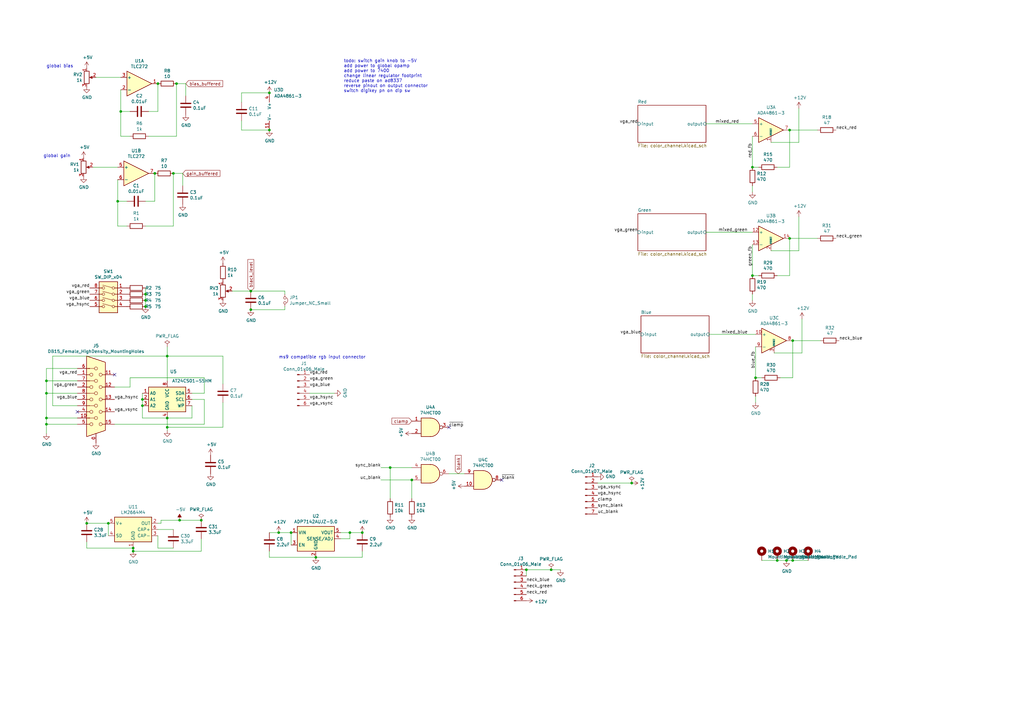
<source format=kicad_sch>
(kicad_sch (version 20211123) (generator eeschema)
  (paper "A3")
  (lib_symbols
    (symbol "74xx:74HC00" (pin_names (offset 1.016))
      (property "Reference" "U" (at 0 1.27 0))
      (property "Value" "74HC00" (at 0 -1.27 0))
      (symbol "74HC00_1_1"
        (pin input line (at -7.62 2.54 0) (length 3.81) (name "~") (number "1"))
        (pin input line (at -7.62 -2.54 0) (length 3.81) (name "~") (number "2"))
        (pin output inverted (at 7.62 0 180) (length 3.81) (name "~") (number "3"))
      )
      (symbol "74HC00_1_2"
        (pin input inverted (at -7.62 2.54 0) (length 4.318) (name "~") (number "1"))
        (pin input inverted (at -7.62 -2.54 0) (length 4.318) (name "~") (number "2"))
        (pin output line (at 7.62 0 180) (length 3.81) (name "~") (number "3"))
      )
      (symbol "74HC00_2_1"
        (pin input line (at -7.62 2.54 0) (length 3.81) (name "~") (number "4"))
        (pin input line (at -7.62 -2.54 0) (length 3.81) (name "~") (number "5"))
        (pin output inverted (at 7.62 0 180) (length 3.81) (name "~") (number "6"))
      )
      (symbol "74HC00_2_2"
        (pin input inverted (at -7.62 2.54 0) (length 4.318) (name "~") (number "4"))
        (pin input inverted (at -7.62 -2.54 0) (length 4.318) (name "~") (number "5"))
        (pin output line (at 7.62 0 180) (length 3.81) (name "~") (number "6"))
      )
      (symbol "74HC00_3_1"
        (pin input line (at -7.62 -2.54 0) (length 3.81) (name "~") (number "10"))
        (pin output inverted (at 7.62 0 180) (length 3.81) (name "~") (number "8"))
        (pin input line (at -7.62 2.54 0) (length 3.81) (name "~") (number "9"))
      )
      (symbol "74HC00_3_2"
        (pin input inverted (at -7.62 -2.54 0) (length 4.318) (name "~") (number "10"))
        (pin output line (at 7.62 0 180) (length 3.81) (name "~") (number "8"))
        (pin input inverted (at -7.62 2.54 0) (length 4.318) (name "~") (number "9"))
      )
      (symbol "74HC00_4_1"
        (pin output inverted (at 7.62 0 180) (length 3.81) (name "~") (number "11"))
        (pin input line (at -7.62 2.54 0) (length 3.81) (name "~") (number "12"))
        (pin input line (at -7.62 -2.54 0) (length 3.81) (name "~") (number "13"))
      )
      (symbol "74HC00_4_2"
        (pin output line (at 7.62 0 180) (length 3.81) (name "~") (number "11"))
        (pin input inverted (at -7.62 2.54 0) (length 4.318) (name "~") (number "12"))
        (pin input inverted (at -7.62 -2.54 0) (length 4.318) (name "~") (number "13"))
      )
      (symbol "74HC00_5_0"
        (pin power_in line (at 0 12.7 270) (length 5.08) (name "VCC") (number "14"))
        (pin power_in line (at 0 -12.7 90) (length 5.08) (name "GND") (number "7"))
      )
    )
    (symbol "Amplifier_Operational:TLC272" (pin_names (offset 0.127))
      (property "Reference" "U" (at 0 5.08 0))
      (property "Value" "TLC272" (at 0 -5.08 0))
      (symbol "TLC272_1_1"
        (pin output line (at 7.62 0 180) (length 2.54) (name "~") (number "1"))
        (pin input line (at -7.62 -2.54 0) (length 2.54) (name "-") (number "2"))
        (pin input line (at -7.62 2.54 0) (length 2.54) (name "+") (number "3"))
      )
      (symbol "TLC272_2_1"
        (pin input line (at -7.62 2.54 0) (length 2.54) (name "+") (number "5"))
        (pin input line (at -7.62 -2.54 0) (length 2.54) (name "-") (number "6"))
        (pin output line (at 7.62 0 180) (length 2.54) (name "~") (number "7"))
      )
      (symbol "TLC272_3_1"
        (pin power_in line (at -2.54 -7.62 90) (length 3.81) (name "V-") (number "4"))
        (pin power_in line (at -2.54 7.62 270) (length 3.81) (name "V+") (number "8"))
      )
    )
    (symbol "Connector:Conn_01x06_Male" (pin_names (offset 1.016) hide)
      (property "Reference" "J" (at 0 7.62 0))
      (property "Value" "Conn_01x06_Male" (at 0 -10.16 0))
      (symbol "Conn_01x06_Male_1_1"
        (pin passive line (at 5.08 5.08 180) (length 3.81) (name "Pin_1") (number "1"))
        (pin passive line (at 5.08 2.54 180) (length 3.81) (name "Pin_2") (number "2"))
        (pin passive line (at 5.08 0 180) (length 3.81) (name "Pin_3") (number "3"))
        (pin passive line (at 5.08 -2.54 180) (length 3.81) (name "Pin_4") (number "4"))
        (pin passive line (at 5.08 -5.08 180) (length 3.81) (name "Pin_5") (number "5"))
        (pin passive line (at 5.08 -7.62 180) (length 3.81) (name "Pin_6") (number "6"))
      )
    )
    (symbol "Connector:Conn_01x07_Male" (pin_names (offset 1.016) hide)
      (property "Reference" "J" (at 0 10.16 0))
      (property "Value" "Conn_01x07_Male" (at 0 -10.16 0))
      (symbol "Conn_01x07_Male_1_1"
        (pin passive line (at 5.08 7.62 180) (length 3.81) (name "Pin_1") (number "1"))
        (pin passive line (at 5.08 5.08 180) (length 3.81) (name "Pin_2") (number "2"))
        (pin passive line (at 5.08 2.54 180) (length 3.81) (name "Pin_3") (number "3"))
        (pin passive line (at 5.08 0 180) (length 3.81) (name "Pin_4") (number "4"))
        (pin passive line (at 5.08 -2.54 180) (length 3.81) (name "Pin_5") (number "5"))
        (pin passive line (at 5.08 -5.08 180) (length 3.81) (name "Pin_6") (number "6"))
        (pin passive line (at 5.08 -7.62 180) (length 3.81) (name "Pin_7") (number "7"))
      )
    )
    (symbol "Connector:DB15_Female_HighDensity_MountingHoles" (pin_names (offset 1.016) hide)
      (property "Reference" "J" (at 0 21.59 0))
      (property "Value" "DB15_Female_HighDensity_MountingHoles" (at 0 19.05 0))
      (symbol "DB15_Female_HighDensity_MountingHoles_1_1"
        (pin passive line (at 0 -17.78 90) (length 3.81) (name "~") (number "0"))
        (pin passive line (at -7.62 10.16 0) (length 5.08) (name "~") (number "1"))
        (pin passive line (at -7.62 -7.62 0) (length 5.08) (name "~") (number "10"))
        (pin passive line (at 7.62 10.16 180) (length 5.08) (name "~") (number "11"))
        (pin passive line (at 7.62 5.08 180) (length 5.08) (name "~") (number "12"))
        (pin passive line (at 7.62 0 180) (length 5.08) (name "~") (number "13"))
        (pin passive line (at 7.62 -5.08 180) (length 5.08) (name "~") (number "14"))
        (pin passive line (at 7.62 -10.16 180) (length 5.08) (name "~") (number "15"))
        (pin passive line (at -7.62 5.08 0) (length 5.08) (name "~") (number "2"))
        (pin passive line (at -7.62 0 0) (length 5.08) (name "~") (number "3"))
        (pin passive line (at -7.62 -5.08 0) (length 5.08) (name "~") (number "4"))
        (pin passive line (at -7.62 -10.16 0) (length 5.08) (name "~") (number "5"))
        (pin passive line (at -7.62 12.7 0) (length 5.08) (name "~") (number "6"))
        (pin passive line (at -7.62 7.62 0) (length 5.08) (name "~") (number "7"))
        (pin passive line (at -7.62 2.54 0) (length 5.08) (name "~") (number "8"))
        (pin passive line (at -7.62 -2.54 0) (length 5.08) (name "~") (number "9"))
      )
    )
    (symbol "Device:C" (pin_numbers hide) (pin_names (offset 0.254))
      (property "Reference" "C" (at 0.635 2.54 0))
      (property "Value" "C" (at 0.635 -2.54 0))
      (symbol "C_1_1"
        (pin passive line (at 0 3.81 270) (length 2.794) (name "~") (number "1"))
        (pin passive line (at 0 -3.81 90) (length 2.794) (name "~") (number "2"))
      )
    )
    (symbol "Device:Jumper_NC_Small" (pin_numbers hide) (pin_names (offset 0.762) hide)
      (property "Reference" "JP" (at 0 2.032 0))
      (property "Value" "Device_Jumper_NC_Small" (at 0.254 -1.524 0))
      (symbol "Jumper_NC_Small_0_1"
        (pin passive line (at -2.54 0 0) (length 1.016) (name "1") (number "1"))
        (pin passive line (at 2.54 0 180) (length 1.016) (name "2") (number "2"))
      )
    )
    (symbol "Device:R" (pin_numbers hide) (pin_names (offset 0))
      (property "Reference" "R" (at 2.032 0 90))
      (property "Value" "R" (at 0 0 90))
      (symbol "R_1_1"
        (pin passive line (at 0 3.81 270) (length 1.27) (name "~") (number "1"))
        (pin passive line (at 0 -3.81 90) (length 1.27) (name "~") (number "2"))
      )
    )
    (symbol "Device:R_POT" (pin_names (offset 1.016) hide)
      (property "Reference" "RV" (at -4.445 0 90))
      (property "Value" "Device_R_POT" (at -2.54 0 90))
      (symbol "R_POT_1_1"
        (pin passive line (at 0 3.81 270) (length 1.27) (name "1") (number "1"))
        (pin passive line (at 3.81 0 180) (length 1.27) (name "2") (number "2"))
        (pin passive line (at 0 -3.81 90) (length 1.27) (name "3") (number "3"))
      )
    )
    (symbol "Mechanical:MountingHole_Pad" (pin_numbers hide) (pin_names (offset 1.016) hide)
      (property "Reference" "H" (at 0 6.35 0))
      (property "Value" "MountingHole_Pad" (at 0 4.445 0))
      (symbol "MountingHole_Pad_1_1"
        (pin input line (at 0 -2.54 90) (length 2.54) (name "1") (number "1"))
      )
    )
    (symbol "Memory_EEPROM:AT24CS01-SSHM"
      (property "Reference" "U" (at -7.62 6.35 0))
      (property "Value" "AT24CS01-SSHM" (at 2.54 -6.35 0))
      (symbol "AT24CS01-SSHM_1_1"
        (pin input line (at -10.16 2.54 0) (length 2.54) (name "A0") (number "1"))
        (pin input line (at -10.16 0 0) (length 2.54) (name "A1") (number "2"))
        (pin input line (at -10.16 -2.54 0) (length 2.54) (name "A2") (number "3"))
        (pin power_in line (at 0 -7.62 90) (length 2.54) (name "GND") (number "4"))
        (pin bidirectional line (at 10.16 2.54 180) (length 2.54) (name "SDA") (number "5"))
        (pin input line (at 10.16 0 180) (length 2.54) (name "SCL") (number "6"))
        (pin input line (at 10.16 -2.54 180) (length 2.54) (name "WP") (number "7"))
        (pin power_in line (at 0 7.62 270) (length 2.54) (name "VCC") (number "8"))
      )
    )
    (symbol "Regulator_Linear:ADP7142AUJZ-5.0"
      (property "Reference" "U" (at 0 8.89 0))
      (property "Value" "ADP7142AUJZ-5.0" (at 0 6.35 0))
      (symbol "ADP7142AUJZ-5.0_1_1"
        (pin power_in line (at -10.16 2.54 0) (length 2.54) (name "VIN") (number "1"))
        (pin power_in line (at 0 -7.62 90) (length 2.54) (name "GND") (number "2"))
        (pin input line (at -10.16 -2.54 0) (length 2.54) (name "EN") (number "3"))
        (pin input line (at 10.16 0 180) (length 2.54) (name "SENSE/ADJ") (number "4"))
        (pin power_out line (at 10.16 2.54 180) (length 2.54) (name "VOUT") (number "5"))
      )
    )
    (symbol "Switch:SW_DIP_x04" (pin_names (offset 0) hide)
      (property "Reference" "SW" (at 0 8.89 0))
      (property "Value" "SW_DIP_x04" (at 0 -6.35 0))
      (symbol "SW_DIP_x04_1_1"
        (pin passive line (at -7.62 5.08 0) (length 5.08) (name "~") (number "1"))
        (pin passive line (at -7.62 2.54 0) (length 5.08) (name "~") (number "2"))
        (pin passive line (at -7.62 0 0) (length 5.08) (name "~") (number "3"))
        (pin passive line (at -7.62 -2.54 0) (length 5.08) (name "~") (number "4"))
        (pin passive line (at 7.62 -2.54 180) (length 5.08) (name "~") (number "5"))
        (pin passive line (at 7.62 0 180) (length 5.08) (name "~") (number "6"))
        (pin passive line (at 7.62 2.54 180) (length 5.08) (name "~") (number "7"))
        (pin passive line (at 7.62 5.08 180) (length 5.08) (name "~") (number "8"))
      )
    )
    (symbol "power:+12V" (power) (pin_names (offset 0))
      (property "Value" "+12V" (at 0 3.556 0))
      (symbol "+12V_1_1"
        (pin power_in line (at 0 0 90) (length 0) hide (name "+12V") (number "1"))
      )
    )
    (symbol "power:+5V" (power) (pin_names (offset 0))
      (property "Value" "+5V" (at 0 3.556 0))
      (symbol "+5V_1_1"
        (pin power_in line (at 0 0 90) (length 0) hide (name "+5V") (number "1"))
      )
    )
    (symbol "power:-5V" (power) (pin_names (offset 0))
      (property "Value" "-5V" (at 0 3.81 0))
      (symbol "-5V_0_0"
        (pin power_in line (at 0 0 90) (length 0) hide (name "-5V") (number "1"))
      )
    )
    (symbol "power:GND" (power) (pin_names (offset 0))
      (property "Value" "GND" (at 0 -3.81 0))
      (symbol "GND_1_1"
        (pin power_in line (at 0 0 270) (length 0) hide (name "GND") (number "1"))
      )
    )
    (symbol "power:PWR_FLAG" (power) (pin_numbers hide) (pin_names (offset 0) hide)
      (property "Value" "PWR_FLAG" (at 0 3.81 0))
      (symbol "PWR_FLAG_0_0"
        (pin power_out line (at 0 0 90) (length 0) (name "pwr") (number "1"))
      )
    )
    (symbol "td-io:ADA4891-3" (pin_names (offset 0.127))
      (property "Reference" "U" (at 5.08 2.54 0))
      (property "Value" "ADA4891-3" (at 5.08 -2.54 0))
      (symbol "ADA4891-3_1_1"
        (pin input line (at 0 -5.08 90) (length 2.54) (name "~{DISABLE}") (number "1"))
        (pin input line (at -7.62 2.54 0) (length 2.54) (name "+") (number "5"))
        (pin input line (at -7.62 -2.54 0) (length 2.54) (name "-") (number "6"))
        (pin output line (at 7.62 0 180) (length 2.54) (name "~") (number "7"))
      )
      (symbol "ADA4891-3_2_1"
        (pin input line (at -7.62 2.54 0) (length 2.54) (name "+") (number "12"))
        (pin input line (at -7.62 -2.54 0) (length 2.54) (name "-") (number "13"))
        (pin output line (at 7.62 0 180) (length 2.54) (name "~") (number "14"))
        (pin input line (at 0 -5.08 90) (length 2.54) (name "~{DISABLE}") (number "2"))
      )
      (symbol "ADA4891-3_3_1"
        (pin input line (at -7.62 2.54 0) (length 2.54) (name "+") (number "10"))
        (pin input line (at 0 -5.08 90) (length 2.54) (name "~{DISABLE}") (number "3"))
        (pin output line (at 7.62 0 180) (length 2.54) (name "~") (number "8"))
        (pin input line (at -7.62 -2.54 0) (length 2.54) (name "-") (number "9"))
      )
      (symbol "ADA4891-3_4_1"
        (pin power_in line (at -2.54 -7.62 90) (length 3.81) (name "V-") (number "11"))
        (pin power_in line (at -2.54 7.62 270) (length 3.81) (name "V+") (number "4"))
      )
    )
    (symbol "td-io:LM2664M4"
      (property "Reference" "U" (at -6.35 6.35 0))
      (property "Value" "LM2664M4" (at 1.27 6.35 0))
      (symbol "LM2664M4_1_1"
        (pin power_in line (at 0 -7.62 90) (length 2.54) (name "GND") (number "1"))
        (pin passive line (at 10.16 2.54 180) (length 2.54) (name "OUT") (number "2"))
        (pin passive line (at 10.16 -2.54 180) (length 2.54) (name "CAP-") (number "3"))
        (pin input line (at -10.16 -2.54 0) (length 2.54) (name "SD") (number "4"))
        (pin passive line (at -10.16 2.54 0) (length 2.54) (name "V+") (number "5"))
        (pin passive line (at 10.16 0 180) (length 2.54) (name "CAP+") (number "6"))
      )
    )
  )
  (junction (at 129.54 228.6))
  (junction (at 63.5 71.12))
  (junction (at 48.26 82.55))
  (junction (at 68.58 171.45))
  (junction (at 72.39 34.29))
  (junction (at 323.85 53.34))
  (junction (at 19.05 171.45))
  (junction (at 73.66 213.36))
  (junction (at 119.38 218.44))
  (junction (at 318.77 229.87))
  (junction (at 35.56 214.63))
  (junction (at 68.58 175.26))
  (junction (at 148.59 218.44))
  (junction (at 110.49 53.34))
  (junction (at 59.69 125.73))
  (junction (at 49.53 45.72))
  (junction (at 54.61 226.06))
  (junction (at 102.87 127))
  (junction (at 308.61 113.03))
  (junction (at 325.12 139.7))
  (junction (at 59.69 123.19))
  (junction (at 323.85 97.79))
  (junction (at 71.12 71.12))
  (junction (at 215.9 233.68))
  (junction (at 58.42 163.83))
  (junction (at 110.49 38.1))
  (junction (at 308.61 68.58))
  (junction (at 114.3 218.44))
  (junction (at 19.05 173.99))
  (junction (at 160.02 191.77))
  (junction (at 54.61 224.79))
  (junction (at 325.12 229.87))
  (junction (at 143.51 218.44))
  (junction (at 102.87 119.38))
  (junction (at 19.05 156.21))
  (junction (at 19.05 161.29))
  (junction (at 59.69 120.65))
  (junction (at 82.55 213.36))
  (junction (at 168.91 196.85))
  (junction (at 309.88 154.94))
  (junction (at 58.42 166.37))
  (junction (at 44.45 214.63))
  (junction (at 226.06 233.68))
  (junction (at 64.77 34.29))
  (junction (at 259.08 198.12))
  (junction (at 68.58 146.05))
  (junction (at 322.58 229.87))
  (no_connect (at 205.74 196.85))
  (no_connect (at 184.15 175.26))
  (no_connect (at 46.99 153.67))
  (no_connect (at 31.75 168.91))
  (wire (pts (xy 316.23 102.87) (xy 327.66 102.87)))
  (wire (pts (xy 83.82 173.99) (xy 83.82 163.83)))
  (wire (pts (xy 31.75 151.13) (xy 19.05 151.13)))
  (wire (pts (xy 309.88 162.56) (xy 309.88 165.1)))
  (wire (pts (xy 53.34 158.75) (xy 46.99 158.75)))
  (wire (pts (xy 49.53 45.72) (xy 49.53 55.88)))
  (wire (pts (xy 148.59 218.44) (xy 143.51 218.44)))
  (wire (pts (xy 168.91 204.47) (xy 168.91 196.85)))
  (wire (pts (xy 78.74 161.29) (xy 83.82 161.29)))
  (wire (pts (xy 323.85 97.79) (xy 335.28 97.79)))
  (wire (pts (xy 318.77 68.58) (xy 323.85 68.58)))
  (wire (pts (xy 68.58 171.45) (xy 58.42 171.45)))
  (wire (pts (xy 64.77 217.17) (xy 71.12 217.17)))
  (wire (pts (xy 59.69 82.55) (xy 63.5 82.55)))
  (wire (pts (xy 83.82 163.83) (xy 78.74 163.83)))
  (wire (pts (xy 318.77 229.87) (xy 322.58 229.87)))
  (wire (pts (xy 259.08 198.12) (xy 245.11 198.12)))
  (wire (pts (xy 58.42 163.83) (xy 58.42 161.29)))
  (wire (pts (xy 325.12 154.94) (xy 325.12 139.7)))
  (wire (pts (xy 72.39 55.88) (xy 72.39 34.29)))
  (wire (pts (xy 289.56 50.8) (xy 308.61 50.8)))
  (wire (pts (xy 308.61 100.33) (xy 308.61 113.03)))
  (wire (pts (xy 323.85 113.03) (xy 323.85 97.79)))
  (wire (pts (xy 328.93 144.78) (xy 328.93 130.81)))
  (wire (pts (xy 49.53 55.88) (xy 53.34 55.88)))
  (wire (pts (xy 48.26 68.58) (xy 38.1 68.58)))
  (wire (pts (xy 317.5 144.78) (xy 328.93 144.78)))
  (wire (pts (xy 91.44 157.48) (xy 91.44 146.05)))
  (wire (pts (xy 19.05 161.29) (xy 19.05 171.45)))
  (wire (pts (xy 323.85 68.58) (xy 323.85 53.34)))
  (wire (pts (xy 116.84 119.38) (xy 116.84 120.65)))
  (wire (pts (xy 59.69 120.65) (xy 59.69 123.19)))
  (wire (pts (xy 110.49 228.6) (xy 129.54 228.6)))
  (wire (pts (xy 82.55 213.36) (xy 73.66 213.36)))
  (wire (pts (xy 68.58 175.26) (xy 68.58 171.45)))
  (wire (pts (xy 129.54 228.6) (xy 148.59 228.6)))
  (wire (pts (xy 143.51 220.98) (xy 143.51 218.44)))
  (wire (pts (xy 78.74 171.45) (xy 68.58 171.45)))
  (wire (pts (xy 49.53 31.75) (xy 39.37 31.75)))
  (wire (pts (xy 76.2 34.29) (xy 76.2 39.37)))
  (wire (pts (xy 325.12 139.7) (xy 336.55 139.7)))
  (wire (pts (xy 54.61 226.06) (xy 54.61 224.79)))
  (wire (pts (xy 54.61 226.06) (xy 82.55 226.06)))
  (wire (pts (xy 226.06 233.68) (xy 215.9 233.68)))
  (wire (pts (xy 31.75 173.99) (xy 19.05 173.99)))
  (wire (pts (xy 60.96 45.72) (xy 64.77 45.72)))
  (wire (pts (xy 68.58 175.26) (xy 91.44 175.26)))
  (wire (pts (xy 64.77 45.72) (xy 64.77 34.29)))
  (wire (pts (xy 289.56 95.25) (xy 308.61 95.25)))
  (wire (pts (xy 308.61 55.88) (xy 308.61 68.58)))
  (wire (pts (xy 58.42 166.37) (xy 58.42 163.83)))
  (wire (pts (xy 308.61 113.03) (xy 311.15 113.03)))
  (wire (pts (xy 102.87 127) (xy 116.84 127)))
  (wire (pts (xy 35.56 222.25) (xy 35.56 224.79)))
  (wire (pts (xy 309.88 154.94) (xy 312.42 154.94)))
  (wire (pts (xy 331.47 229.87) (xy 325.12 229.87)))
  (wire (pts (xy 110.49 53.34) (xy 99.06 53.34)))
  (wire (pts (xy 110.49 228.6) (xy 110.49 226.06)))
  (wire (pts (xy 148.59 228.6) (xy 148.59 226.06)))
  (wire (pts (xy 99.06 38.1) (xy 99.06 41.91)))
  (wire (pts (xy 160.02 191.77) (xy 156.21 191.77)))
  (wire (pts (xy 19.05 173.99) (xy 19.05 177.8)))
  (wire (pts (xy 44.45 214.63) (xy 35.56 214.63)))
  (wire (pts (xy 19.05 156.21) (xy 19.05 161.29)))
  (wire (pts (xy 59.69 92.71) (xy 71.12 92.71)))
  (wire (pts (xy 63.5 82.55) (xy 63.5 71.12)))
  (wire (pts (xy 68.58 176.53) (xy 68.58 175.26)))
  (wire (pts (xy 66.04 214.63) (xy 64.77 214.63)))
  (wire (pts (xy 31.75 161.29) (xy 19.05 161.29)))
  (wire (pts (xy 48.26 82.55) (xy 48.26 73.66)))
  (wire (pts (xy 190.5 194.31) (xy 184.15 194.31)))
  (wire (pts (xy 49.53 45.72) (xy 49.53 36.83)))
  (wire (pts (xy 160.02 204.47) (xy 160.02 191.77)))
  (wire (pts (xy 31.75 171.45) (xy 19.05 171.45)))
  (wire (pts (xy 309.88 142.24) (xy 309.88 154.94)))
  (wire (pts (xy 52.07 82.55) (xy 48.26 82.55)))
  (wire (pts (xy 322.58 229.87) (xy 325.12 229.87)))
  (wire (pts (xy 74.93 71.12) (xy 74.93 76.2)))
  (wire (pts (xy 290.83 137.16) (xy 309.88 137.16)))
  (wire (pts (xy 116.84 127) (xy 116.84 125.73)))
  (wire (pts (xy 318.77 113.03) (xy 323.85 113.03)))
  (wire (pts (xy 21.59 166.37) (xy 21.59 146.05)))
  (wire (pts (xy 102.87 119.38) (xy 95.25 119.38)))
  (wire (pts (xy 68.58 156.21) (xy 68.58 146.05)))
  (wire (pts (xy 137.16 161.29) (xy 127 161.29)))
  (wire (pts (xy 68.58 146.05) (xy 68.58 142.24)))
  (wire (pts (xy 312.42 229.87) (xy 318.77 229.87)))
  (wire (pts (xy 99.06 53.34) (xy 99.06 49.53)))
  (wire (pts (xy 48.26 82.55) (xy 48.26 92.71)))
  (wire (pts (xy 327.66 102.87) (xy 327.66 88.9)))
  (wire (pts (xy 119.38 223.52) (xy 119.38 218.44)))
  (wire (pts (xy 71.12 71.12) (xy 74.93 71.12)))
  (wire (pts (xy 110.49 38.1) (xy 99.06 38.1)))
  (wire (pts (xy 66.04 213.36) (xy 66.04 214.63)))
  (wire (pts (xy 143.51 218.44) (xy 139.7 218.44)))
  (wire (pts (xy 91.44 146.05) (xy 68.58 146.05)))
  (wire (pts (xy 114.3 218.44) (xy 119.38 218.44)))
  (wire (pts (xy 59.69 118.11) (xy 59.69 120.65)))
  (wire (pts (xy 110.49 218.44) (xy 114.3 218.44)))
  (wire (pts (xy 156.21 196.85) (xy 168.91 196.85)))
  (wire (pts (xy 83.82 161.29) (xy 83.82 154.94)))
  (wire (pts (xy 73.66 213.36) (xy 66.04 213.36)))
  (wire (pts (xy 91.44 175.26) (xy 91.44 165.1)))
  (wire (pts (xy 323.85 53.34) (xy 335.28 53.34)))
  (wire (pts (xy 35.56 224.79) (xy 54.61 224.79)))
  (wire (pts (xy 82.55 226.06) (xy 82.55 220.98)))
  (wire (pts (xy 102.87 119.38) (xy 116.84 119.38)))
  (wire (pts (xy 48.26 92.71) (xy 52.07 92.71)))
  (wire (pts (xy 19.05 171.45) (xy 19.05 173.99)))
  (wire (pts (xy 53.34 45.72) (xy 49.53 45.72)))
  (wire (pts (xy 78.74 166.37) (xy 78.74 171.45)))
  (wire (pts (xy 308.61 120.65) (xy 308.61 123.19)))
  (wire (pts (xy 46.99 173.99) (xy 83.82 173.99)))
  (wire (pts (xy 21.59 146.05) (xy 68.58 146.05)))
  (wire (pts (xy 308.61 76.2) (xy 308.61 78.74)))
  (wire (pts (xy 215.9 236.22) (xy 215.9 233.68)))
  (wire (pts (xy 44.45 219.71) (xy 44.45 214.63)))
  (wire (pts (xy 139.7 220.98) (xy 143.51 220.98)))
  (wire (pts (xy 31.75 156.21) (xy 19.05 156.21)))
  (wire (pts (xy 19.05 151.13) (xy 19.05 156.21)))
  (wire (pts (xy 31.75 166.37) (xy 21.59 166.37)))
  (wire (pts (xy 83.82 154.94) (xy 53.34 154.94)))
  (wire (pts (xy 58.42 171.45) (xy 58.42 166.37)))
  (wire (pts (xy 59.69 123.19) (xy 59.69 125.73)))
  (wire (pts (xy 308.61 68.58) (xy 311.15 68.58)))
  (wire (pts (xy 64.77 219.71) (xy 64.77 224.79)))
  (wire (pts (xy 320.04 154.94) (xy 325.12 154.94)))
  (wire (pts (xy 64.77 224.79) (xy 71.12 224.79)))
  (wire (pts (xy 316.23 58.42) (xy 327.66 58.42)))
  (wire (pts (xy 53.34 154.94) (xy 53.34 158.75)))
  (wire (pts (xy 60.96 55.88) (xy 72.39 55.88)))
  (wire (pts (xy 327.66 58.42) (xy 327.66 44.45)))
  (wire (pts (xy 71.12 92.71) (xy 71.12 71.12)))
  (wire (pts (xy 168.91 191.77) (xy 160.02 191.77)))
  (wire (pts (xy 229.87 233.68) (xy 226.06 233.68)))
  (wire (pts (xy 72.39 34.29) (xy 76.2 34.29)))
  (text "global bias" (at 19.05 27.94 0) (effects (font (size 1.27 1.27)) (justify left bottom)))
  (text "todo: switch gain knob to -5V\nadd power to global opamp\nadd power to 7400\nchange linear regulator footprint\nreduce paste on ad8337\nreverse pinout on output connector\nswitch digikey pn on dip sw" (at 140.97 38.1 0) (effects (font (size 1.27 1.27)) (justify left bottom)))
  (text "global gain" (at 17.78 64.77 0) (effects (font (size 1.27 1.27)) (justify left bottom)))
  (text "ms9 compatible rgb input connector" (at 114.3 147.32 0) (effects (font (size 1.27 1.27)) (justify left bottom)))
  (label "neck_green" (at 342.9 97.79 0))
  (label "neck_red" (at 342.9 53.34 0))
  (label "red_fb" (at 308.61 64.77 90))
  (label "mixed_blue" (at 295.91 137.16 0))
  (label "clamp" (at 245.11 205.74 0))
  (label "vga_vsync" (at 245.11 200.66 0))
  (label "sync_blank" (at 245.11 208.28 0))
  (label "uc_blank" (at 156.21 196.85 180))
  (label "vga_hsync" (at 127 163.83 0))
  (label "neck_blue" (at 344.17 139.7 0))
  (label "vga_hsync" (at 46.99 163.83 0))
  (label "~{blank}" (at 205.74 196.85 0))
  (label "vga_blue" (at 36.83 123.19 180))
  (label "vga_red" (at 261.62 50.8 180))
  (label "vga_blue" (at 262.89 137.16 180))
  (label "~{clamp}" (at 184.15 175.26 0))
  (label "vga_hsync" (at 245.11 203.2 0))
  (label "vga_green" (at 36.83 120.65 180))
  (label "vga_vsync" (at 46.99 168.91 0))
  (label "neck_red" (at 215.9 243.84 0))
  (label "vga_vsync" (at 127 166.37 0))
  (label "mixed_green" (at 294.64 95.25 0))
  (label "vga_red" (at 36.83 118.11 180))
  (label "neck_green" (at 215.9 241.3 0))
  (label "vga_red" (at 31.75 153.67 180))
  (label "vga_green" (at 261.62 95.25 180))
  (label "vga_blue" (at 127 158.75 0))
  (label "neck_blue" (at 215.9 238.76 0))
  (label "vga_blue" (at 31.75 163.83 180))
  (label "mixed_red" (at 293.37 50.8 0))
  (label "vga_green" (at 127 156.21 0))
  (label "uc_blank" (at 245.11 210.82 0))
  (label "vga_green" (at 31.75 158.75 180))
  (label "blue_fb" (at 309.88 151.13 90))
  (label "sync_blank" (at 156.21 191.77 180))
  (label "vga_red" (at 127 153.67 0))
  (label "green_fb" (at 308.61 109.22 90))
  (label "vga_hsync" (at 36.83 125.73 180))
  (global_label "bias_buffered" (shape input) (at 76.2 34.29 0) (property "Intersheet References" "${INTERSHEET_REFS}" (effects hide)))
  (global_label "blank" (shape input) (at 187.96 194.31 90) (property "Intersheet References" "${INTERSHEET_REFS}" (effects hide)))
  (global_label "black_level" (shape input) (at 102.87 119.38 90) (property "Intersheet References" "${INTERSHEET_REFS}" (effects hide)))
  (global_label "clamp" (shape input) (at 168.91 172.72 180) (property "Intersheet References" "${INTERSHEET_REFS}" (effects hide)))
  (global_label "gain_buffered" (shape input) (at 74.93 71.12 0) (property "Intersheet References" "${INTERSHEET_REFS}" (effects hide)))
  (symbol (lib_id "Device:R") (at 314.96 68.58 270) (unit 1)
    (property "Reference" "R15" (at 314.96 63.3222 90))
    (property "Value" "470" (at 314.96 65.6336 90))
    (property "Footprint" "Resistor_SMD:R_0805_2012Metric" (effects hide))
    (property "Digikey" "YAG3733CT-ND" (effects hide))
  )
  (symbol (lib_id "Device:R") (at 308.61 72.39 180) (unit 1)
    (property "Reference" "R12" (at 310.388 71.2216 0) (effects (justify right)))
    (property "Value" "470" (at 310.388 73.533 0) (effects (justify right)))
    (property "Footprint" "Resistor_SMD:R_0805_2012Metric" (effects hide))
    (property "Digikey" "YAG3733CT-ND" (effects hide))
  )
  (symbol (lib_id "power:GND") (at 308.61 78.74 0) (unit 1)
    (property "Reference" "#PWR0128" (effects hide))
    (property "Value" "GND" (at 308.737 83.1342 0))
  )
  (symbol (lib_id "Device:R") (at 339.09 53.34 270) (unit 1)
    (property "Reference" "R18" (at 339.09 48.0822 90))
    (property "Value" "47" (at 339.09 50.3936 90))
    (property "Footprint" "Resistor_SMD:R_0805_2012Metric" (effects hide))
    (property "Digikey" "311-47.0CRCT-ND" (effects hide))
  )
  (symbol (lib_id "td-io:ADA4891-3") (at 316.23 53.34 0) (unit 1)
    (property "Reference" "U3" (at 316.23 44.0182 0))
    (property "Value" "ADA4861-3" (at 316.23 46.3296 0))
    (property "Footprint" "Package_SO:SOIC-14_3.9x8.7mm_P1.27mm" (effects hide))
    (property "Datasheet" "https://www.analog.com/media/en/technical-documentation/data-sheets/ADA4891-1_4891-2_4891-3_4891-4.PDF" (effects hide))
    (property "Digikey" "ADA4861-3YRZ-RL7CT-ND" (effects hide))
  )
  (symbol (lib_id "Memory_EEPROM:AT24CS01-SSHM") (at 68.58 163.83 0) (unit 1)
    (property "Reference" "U5" (at 71.12 152.4 0))
    (property "Value" "AT24CS01-SSHM" (at 78.74 156.21 0))
    (property "Footprint" "Package_SO:SOIC-8_3.9x4.9mm_P1.27mm" (effects hide))
    (property "Datasheet" "http://ww1.microchip.com/downloads/en/DeviceDoc/Atmel-8815-SEEPROM-AT24CS01-02-Datasheet.pdf" (effects hide))
    (property "Digikey" "AT24CS01-SSHM-TCT-ND" (effects hide))
  )
  (symbol (lib_id "power:GND") (at 68.58 176.53 0) (unit 1)
    (property "Reference" "#PWR02" (effects hide))
    (property "Value" "GND" (at 68.707 180.9242 0))
  )
  (symbol (lib_id "power:PWR_FLAG") (at 68.58 142.24 0) (unit 1)
    (property "Reference" "#FLG01" (effects hide))
    (property "Value" "PWR_FLAG" (at 68.58 137.8458 0))
  )
  (symbol (lib_id "power:GND") (at 19.05 177.8 0) (unit 1)
    (property "Reference" "#PWR01" (effects hide))
    (property "Value" "GND" (at 19.177 182.1942 0))
  )
  (symbol (lib_id "Device:C") (at 91.44 161.29 0) (unit 1)
    (property "Reference" "C7" (at 94.361 160.1216 0) (effects (justify left)))
    (property "Value" "0.1uF" (at 94.361 162.433 0) (effects (justify left)))
    (property "Footprint" "Capacitor_SMD:C_0805_2012Metric" (effects hide))
    (property "Digikey" "1276-2444-1-ND" (effects hide))
  )
  (symbol (lib_id "power:PWR_FLAG") (at 82.55 213.36 0) (unit 1)
    (property "Reference" "#FLG0104" (effects hide))
    (property "Value" "PWR_FLAG" (at 82.55 208.9658 0))
  )
  (symbol (lib_id "Connector:DB15_Female_HighDensity_MountingHoles") (at 39.37 163.83 0) (unit 1)
    (property "Reference" "J5" (at 39.37 141.8082 0))
    (property "Value" "DB15_Female_HighDensity_MountingHoles" (at 39.37 144.1196 0))
    (property "Footprint" "td-deflect:DSUB-15-HD_Female_Horizontal_P2.29x2.5mm_EdgePinOffset8.35mm_Housed_MountingHolesOffset10.89mm" (effects hide))
    (property "Datasheet" " ~" (effects hide))
    (property "Digikey" "Z13226-ND" (effects hide))
  )
  (symbol (lib_id "power:GND") (at 39.37 181.61 0) (unit 1)
    (property "Reference" "#PWR0114" (effects hide))
    (property "Value" "GND" (at 39.497 186.0042 0))
  )
  (symbol (lib_id "td-io:LM2664M4") (at 54.61 217.17 0) (unit 1)
    (property "Reference" "U11" (at 54.61 207.8482 0))
    (property "Value" "LM2664M4" (at 54.61 210.1596 0))
    (property "Footprint" "Package_TO_SOT_SMD:SOT-23-6" (effects hide))
    (property "Datasheet" "https://www.ti.com/lit/ds/symlink/lm2665.pdf" (effects hide))
    (property "Digikey" "LM2664M6/NOPBCT-ND" (effects hide))
  )
  (symbol (lib_id "Device:C") (at 71.12 220.98 0) (unit 1)
    (property "Reference" "C30" (at 74.041 219.8116 0) (effects (justify left)))
    (property "Value" "3.3uF" (at 74.041 222.123 0) (effects (justify left)))
    (property "Footprint" "Capacitor_SMD:C_0805_2012Metric" (effects hide))
    (property "Digikey" "1276-6461-1-ND" (effects hide))
  )
  (symbol (lib_id "Device:C") (at 82.55 217.17 0) (unit 1)
    (property "Reference" "C31" (at 85.471 216.0016 0) (effects (justify left)))
    (property "Value" "3.3uF" (at 85.471 218.313 0) (effects (justify left)))
    (property "Footprint" "Capacitor_SMD:C_0805_2012Metric" (effects hide))
    (property "Digikey" "1276-6461-1-ND" (effects hide))
  )
  (symbol (lib_id "Device:C") (at 35.56 218.44 0) (unit 1)
    (property "Reference" "C28" (at 38.481 217.2716 0) (effects (justify left)))
    (property "Value" "3.3uF" (at 38.481 219.583 0) (effects (justify left)))
    (property "Footprint" "Capacitor_SMD:C_0805_2012Metric" (effects hide))
    (property "Digikey" "1276-6461-1-ND" (effects hide))
  )
  (symbol (lib_id "power:GND") (at 54.61 226.06 0) (unit 1)
    (property "Reference" "#PWR0127" (effects hide))
    (property "Value" "GND" (at 54.737 230.4542 0))
  )
  (symbol (lib_id "power:-5V") (at 73.66 213.36 0) (unit 1)
    (property "Reference" "#PWR0129" (effects hide))
    (property "Value" "-5V" (at 74.041 208.9658 0))
  )
  (symbol (lib_id "power:+5V") (at 35.56 214.63 0) (unit 1)
    (property "Reference" "#PWR0132" (effects hide))
    (property "Value" "+5V" (at 35.941 210.2358 0))
  )
  (symbol (lib_id "Switch:SW_DIP_x04") (at 44.45 123.19 0) (mirror y) (unit 1)
    (property "Reference" "SW1" (at 44.45 111.3282 0))
    (property "Value" "SW_DIP_x04" (at 44.45 113.6396 0))
    (property "Footprint" "Button_Switch_SMD:SW_DIP_SPSTx04_Slide_9.78x12.34mm_W8.61mm_P2.54mm" (effects hide))
    (property "Digikey" "CT2064-ND " (effects hide))
  )
  (symbol (lib_id "Device:R") (at 55.88 118.11 90) (unit 1)
    (property "Reference" "R2" (at 60.96 118.11 90))
    (property "Value" "75" (at 64.77 118.11 90))
    (property "Footprint" "Resistor_SMD:R_0805_2012Metric" (effects hide))
    (property "Digikey" "13-RT0805FRE0775RLCT-ND" (effects hide))
  )
  (symbol (lib_id "power:GND") (at 59.69 125.73 0) (unit 1)
    (property "Reference" "#PWR07" (effects hide))
    (property "Value" "GND" (at 59.817 130.1242 0))
  )
  (symbol (lib_id "Device:R") (at 55.88 120.65 90) (unit 1)
    (property "Reference" "R3" (at 60.96 120.65 90))
    (property "Value" "75" (at 64.77 120.65 90))
    (property "Footprint" "Resistor_SMD:R_0805_2012Metric" (effects hide))
    (property "Digikey" "13-RT0805FRE0775RLCT-ND" (effects hide))
  )
  (symbol (lib_id "Device:R") (at 55.88 123.19 90) (unit 1)
    (property "Reference" "R4" (at 60.96 123.19 90))
    (property "Value" "75" (at 64.77 123.19 90))
    (property "Footprint" "Resistor_SMD:R_0805_2012Metric" (effects hide))
    (property "Digikey" "13-RT0805FRE0775RLCT-ND" (effects hide))
  )
  (symbol (lib_id "Device:R") (at 55.88 125.73 90) (unit 1)
    (property "Reference" "R5" (at 60.96 125.73 90))
    (property "Value" "75" (at 64.77 125.73 90))
    (property "Footprint" "Resistor_SMD:R_0805_2012Metric" (effects hide))
    (property "Digikey" "13-RT0805FRE0775RLCT-ND" (effects hide))
  )
  (symbol (lib_id "Amplifier_Operational:TLC272") (at 57.15 34.29 0) (unit 1)
    (property "Reference" "U1" (at 57.15 24.9682 0))
    (property "Value" "TLC272" (at 57.15 27.2796 0))
    (property "Footprint" "Package_SO:SOIC-8_3.9x4.9mm_P1.27mm" (effects hide))
    (property "Datasheet" "http://www.ti.com/lit/ds/symlink/tlc272.pdf" (effects hide))
    (property "Digikey" "296-1309-1-ND" (effects hide))
  )
  (symbol (lib_id "Device:R_POT") (at 35.56 31.75 0) (unit 1)
    (property "Reference" "RV2" (at 33.782 30.5816 0) (effects (justify right)))
    (property "Value" "1k" (at 33.782 32.893 0) (effects (justify right)))
    (property "Footprint" "Potentiometer_THT:Potentiometer_Bourns_3386P_Vertical" (effects hide))
    (property "Digikey" "3386P-102TLF-ND" (effects hide))
  )
  (symbol (lib_id "Device:C") (at 57.15 45.72 270) (unit 1)
    (property "Reference" "C2" (at 57.15 39.3192 90))
    (property "Value" "0.01uF" (at 57.15 41.6306 90))
    (property "Footprint" "Capacitor_SMD:C_0805_2012Metric" (effects hide))
    (property "Digikey" "13-CC0805KPX7R9BB103CT-ND" (effects hide))
  )
  (symbol (lib_id "Device:R") (at 68.58 34.29 270) (unit 1)
    (property "Reference" "R8" (at 68.58 29.0322 90))
    (property "Value" "10" (at 68.58 31.3436 90))
    (property "Footprint" "Resistor_SMD:R_0805_2012Metric" (effects hide))
    (property "Digikey" "YAG3690CT-ND" (effects hide))
  )
  (symbol (lib_id "Device:R") (at 57.15 55.88 270) (unit 1)
    (property "Reference" "R6" (at 57.15 50.6222 90))
    (property "Value" "1k" (at 57.15 52.9336 90))
    (property "Footprint" "Resistor_SMD:R_0805_2012Metric" (effects hide))
    (property "Digikey" "311-1.00KCRCT-ND" (effects hide))
  )
  (symbol (lib_id "Device:C") (at 76.2 43.18 0) (unit 1)
    (property "Reference" "C4" (at 79.121 42.0116 0) (effects (justify left)))
    (property "Value" "0.1uF" (at 79.121 44.323 0) (effects (justify left)))
    (property "Footprint" "Capacitor_SMD:C_0805_2012Metric" (effects hide))
    (property "Digikey" "1276-2444-1-ND" (effects hide))
  )
  (symbol (lib_id "power:GND") (at 76.2 46.99 0) (unit 1)
    (property "Reference" "#PWR09" (effects hide))
    (property "Value" "GND" (at 76.327 51.3842 0))
  )
  (symbol (lib_id "power:GND") (at 35.56 35.56 0) (unit 1)
    (property "Reference" "#PWR06" (effects hide))
    (property "Value" "GND" (at 35.687 39.9542 0))
  )
  (symbol (lib_id "power:+5V") (at 35.56 27.94 0) (unit 1)
    (property "Reference" "#PWR05" (effects hide))
    (property "Value" "+5V" (at 35.941 23.5458 0))
  )
  (symbol (lib_id "Device:C") (at 86.36 190.5 0) (unit 1)
    (property "Reference" "C5" (at 89.281 189.3316 0) (effects (justify left)))
    (property "Value" "0.1uF" (at 89.281 191.643 0) (effects (justify left)))
    (property "Footprint" "Capacitor_SMD:C_0805_2012Metric" (effects hide))
    (property "Digikey" "1276-2444-1-ND" (effects hide))
  )
  (symbol (lib_id "power:GND") (at 86.36 194.31 0) (unit 1)
    (property "Reference" "#PWR011" (effects hide))
    (property "Value" "GND" (at 86.487 198.7042 0))
  )
  (symbol (lib_id "power:+5V") (at 86.36 186.69 0) (unit 1)
    (property "Reference" "#PWR010" (effects hide))
    (property "Value" "+5V" (at 86.741 182.2958 0))
  )
  (symbol (lib_id "Amplifier_Operational:TLC272") (at 55.88 71.12 0) (unit 2)
    (property "Reference" "U1" (at 55.88 61.7982 0))
    (property "Value" "TLC272" (at 55.88 64.1096 0))
    (property "Footprint" "Package_SO:SOIC-8_3.9x4.9mm_P1.27mm" (effects hide))
    (property "Datasheet" "http://www.ti.com/lit/ds/symlink/tlc272.pdf" (effects hide))
    (property "Digikey" "296-1309-1-ND" (effects hide))
  )
  (symbol (lib_id "Device:R_POT") (at 34.29 68.58 0) (unit 1)
    (property "Reference" "RV1" (at 32.512 67.4116 0) (effects (justify right)))
    (property "Value" "1k" (at 32.512 69.723 0) (effects (justify right)))
    (property "Footprint" "Potentiometer_THT:Potentiometer_Bourns_3386P_Vertical" (effects hide))
    (property "Digikey" "3386P-102TLF-ND" (effects hide))
  )
  (symbol (lib_id "Device:C") (at 55.88 82.55 270) (unit 1)
    (property "Reference" "C1" (at 55.88 76.1492 90))
    (property "Value" "0.01uF" (at 55.88 78.4606 90))
    (property "Footprint" "Capacitor_SMD:C_0805_2012Metric" (effects hide))
    (property "Digikey" "13-CC0805KPX7R9BB103CT-ND" (effects hide))
  )
  (symbol (lib_id "Device:R") (at 67.31 71.12 270) (unit 1)
    (property "Reference" "R7" (at 67.31 65.8622 90))
    (property "Value" "10" (at 67.31 68.1736 90))
    (property "Footprint" "Resistor_SMD:R_0805_2012Metric" (effects hide))
    (property "Digikey" "YAG3690CT-ND" (effects hide))
  )
  (symbol (lib_id "Device:R") (at 55.88 92.71 270) (unit 1)
    (property "Reference" "R1" (at 55.88 87.4522 90))
    (property "Value" "1k" (at 55.88 89.7636 90))
    (property "Footprint" "Resistor_SMD:R_0805_2012Metric" (effects hide))
    (property "Digikey" "311-1.00KCRCT-ND" (effects hide))
  )
  (symbol (lib_id "Device:C") (at 74.93 80.01 0) (unit 1)
    (property "Reference" "C3" (at 77.851 78.8416 0) (effects (justify left)))
    (property "Value" "0.1uF" (at 77.851 81.153 0) (effects (justify left)))
    (property "Footprint" "Capacitor_SMD:C_0805_2012Metric" (effects hide))
    (property "Digikey" "1276-2444-1-ND" (effects hide))
  )
  (symbol (lib_id "power:GND") (at 74.93 83.82 0) (unit 1)
    (property "Reference" "#PWR08" (effects hide))
    (property "Value" "GND" (at 75.057 88.2142 0))
  )
  (symbol (lib_id "power:GND") (at 34.29 72.39 0) (unit 1)
    (property "Reference" "#PWR04" (effects hide))
    (property "Value" "GND" (at 34.417 76.7842 0))
  )
  (symbol (lib_id "power:+5V") (at 34.29 64.77 0) (unit 1)
    (property "Reference" "#PWR03" (effects hide))
    (property "Value" "+5V" (at 34.671 60.3758 0))
  )
  (symbol (lib_id "power:+12V") (at 327.66 44.45 0) (unit 1)
    (property "Reference" "#PWR032" (effects hide))
    (property "Value" "+12V" (at 328.041 40.0558 0))
  )
  (symbol (lib_id "Device:R_POT") (at 91.44 119.38 0) (unit 1)
    (property "Reference" "RV3" (at 89.662 118.2116 0) (effects (justify right)))
    (property "Value" "1k" (at 89.662 120.523 0) (effects (justify right)))
    (property "Footprint" "Potentiometer_THT:Potentiometer_Bourns_3386P_Vertical" (effects hide))
    (property "Digikey" "3386P-102TLF-ND" (effects hide))
  )
  (symbol (lib_id "power:GND") (at 91.44 123.19 0) (unit 1)
    (property "Reference" "#PWR013" (effects hide))
    (property "Value" "GND" (at 91.567 127.5842 0))
  )
  (symbol (lib_id "power:+5V") (at 91.44 107.95 0) (unit 1)
    (property "Reference" "#PWR012" (effects hide))
    (property "Value" "+5V" (at 91.821 103.5558 0))
  )
  (symbol (lib_id "Device:C") (at 102.87 123.19 0) (unit 1)
    (property "Reference" "C6" (at 105.791 122.0216 0) (effects (justify left)))
    (property "Value" "0.1uF" (at 105.791 124.333 0) (effects (justify left)))
    (property "Footprint" "Capacitor_SMD:C_0805_2012Metric" (effects hide))
    (property "Digikey" "1276-2444-1-ND" (effects hide))
  )
  (symbol (lib_id "power:GND") (at 102.87 127 0) (unit 1)
    (property "Reference" "#PWR014" (effects hide))
    (property "Value" "GND" (at 102.997 131.3942 0))
  )
  (symbol (lib_id "Device:R") (at 91.44 111.76 0) (unit 1)
    (property "Reference" "R10" (at 93.218 110.5916 0) (effects (justify left)))
    (property "Value" "1k" (at 93.218 112.903 0) (effects (justify left)))
    (property "Footprint" "Resistor_SMD:R_0805_2012Metric" (effects hide))
    (property "Digikey" "311-1.00KCRCT-ND" (effects hide))
  )
  (symbol (lib_id "Regulator_Linear:ADP7142AUJZ-5.0") (at 129.54 220.98 0) (unit 1)
    (property "Reference" "U2" (at 129.54 211.6582 0))
    (property "Value" "ADP7142AUJZ-5.0" (at 129.54 213.9696 0))
    (property "Footprint" "Package_TO_SOT_SMD:TSOT-23-5" (effects hide))
    (property "Datasheet" "https://www.analog.com/media/en/technical-documentation/data-sheets/ADP7142.pdf" (effects hide))
    (property "Digikey" "ADP7142ARDZ-5.0" (effects hide))
  )
  (symbol (lib_id "Device:C") (at 148.59 222.25 0) (unit 1)
    (property "Reference" "C9" (at 151.511 221.0816 0) (effects (justify left)))
    (property "Value" "2.2uF" (at 151.511 223.393 0) (effects (justify left)))
    (property "Footprint" "Capacitor_SMD:C_0805_2012Metric" (effects hide))
    (property "Digikey" "490-14467-1-ND" (effects hide))
  )
  (symbol (lib_id "Mechanical:MountingHole_Pad") (at 312.42 227.33 0) (unit 1)
    (property "Reference" "H1" (at 314.96 226.0854 0) (effects (justify left)))
    (property "Value" "MountingHole_Pad" (at 314.96 228.3968 0) (effects (justify left)))
    (property "Footprint" "MountingHole:MountingHole_3.2mm_M3_Pad_Via" (effects hide))
  )
  (symbol (lib_id "Mechanical:MountingHole_Pad") (at 318.77 227.33 0) (unit 1)
    (property "Reference" "H2" (at 321.31 226.0854 0) (effects (justify left)))
    (property "Value" "MountingHole_Pad" (at 321.31 228.3968 0) (effects (justify left)))
    (property "Footprint" "MountingHole:MountingHole_3.2mm_M3_Pad_Via" (effects hide))
  )
  (symbol (lib_id "Mechanical:MountingHole_Pad") (at 325.12 227.33 0) (unit 1)
    (property "Reference" "H3" (at 327.66 226.0854 0) (effects (justify left)))
    (property "Value" "MountingHole_Pad" (at 327.66 228.3968 0) (effects (justify left)))
    (property "Footprint" "MountingHole:MountingHole_3.2mm_M3_Pad_Via" (effects hide))
  )
  (symbol (lib_id "Mechanical:MountingHole_Pad") (at 331.47 227.33 0) (unit 1)
    (property "Reference" "H4" (at 334.01 226.0854 0) (effects (justify left)))
    (property "Value" "MountingHole_Pad" (at 334.01 228.3968 0) (effects (justify left)))
    (property "Footprint" "MountingHole:MountingHole_3.2mm_M3_Pad_Via" (effects hide))
  )
  (symbol (lib_id "power:GND") (at 129.54 228.6 0) (unit 1)
    (property "Reference" "#PWR016" (effects hide))
    (property "Value" "GND" (at 129.667 232.9942 0))
  )
  (symbol (lib_id "power:+5V") (at 148.59 218.44 0) (unit 1)
    (property "Reference" "#PWR018" (effects hide))
    (property "Value" "+5V" (at 148.971 214.0458 0))
  )
  (symbol (lib_id "power:+12V") (at 114.3 218.44 0) (unit 1)
    (property "Reference" "#PWR015" (effects hide))
    (property "Value" "+12V" (at 114.681 214.0458 0))
  )
  (symbol (lib_id "power:+12V") (at 259.08 198.12 270) (unit 1)
    (property "Reference" "#PWR024" (effects hide))
    (property "Value" "+12V" (at 263.4742 198.501 0))
  )
  (symbol (lib_id "Device:Jumper_NC_Small") (at 116.84 123.19 270) (unit 1)
    (property "Reference" "JP1" (at 118.7196 122.0216 90) (effects (justify left)))
    (property "Value" "Jumper_NC_Small" (at 118.7196 124.333 90) (effects (justify left)))
    (property "Footprint" "Jumper:SolderJumper-2_P1.3mm_Bridged_Pad1.0x1.5mm" (effects hide))
  )
  (symbol (lib_id "power:GND") (at 322.58 229.87 0) (unit 1)
    (property "Reference" "#PWR0107" (effects hide))
    (property "Value" "GND" (at 322.707 234.2642 0))
  )
  (symbol (lib_id "Device:C") (at 110.49 222.25 0) (unit 1)
    (property "Reference" "C8" (at 113.411 221.0816 0) (effects (justify left)))
    (property "Value" "2.2uF" (at 113.411 223.393 0) (effects (justify left)))
    (property "Footprint" "Capacitor_SMD:C_0805_2012Metric" (effects hide))
    (property "Digikey" "490-14467-1-ND" (effects hide))
  )
  (symbol (lib_id "Connector:Conn_01x06_Male") (at 121.92 158.75 0) (unit 1)
    (property "Reference" "J1" (at 124.6632 149.0726 0))
    (property "Value" "Conn_01x06_Male" (at 124.6632 151.384 0))
    (property "Footprint" "Connector_JST:JST_EH_B6B-EH-A_1x06_P2.50mm_Vertical" (effects hide))
    (property "Digikey" "2057-25SH-C-06-TS-ND" (effects hide))
  )
  (symbol (lib_id "power:GND") (at 137.16 161.29 90) (unit 1)
    (property "Reference" "#PWR017" (effects hide))
    (property "Value" "GND" (at 141.5542 161.163 0))
  )
  (symbol (lib_id "Device:R") (at 160.02 208.28 0) (unit 1)
    (property "Reference" "R11" (at 161.798 207.1116 0) (effects (justify left)))
    (property "Value" "10k" (at 161.798 209.423 0) (effects (justify left)))
    (property "Footprint" "Resistor_SMD:R_0805_2012Metric" (effects hide))
    (property "Digikey" "311-10.0KCRCT-ND" (effects hide))
  )
  (symbol (lib_id "power:GND") (at 160.02 212.09 0) (unit 1)
    (property "Reference" "#PWR019" (effects hide))
    (property "Value" "GND" (at 160.147 216.4842 0))
  )
  (symbol (lib_id "Device:R") (at 168.91 208.28 0) (unit 1)
    (property "Reference" "R13" (at 170.688 207.1116 0) (effects (justify left)))
    (property "Value" "10k" (at 170.688 209.423 0) (effects (justify left)))
    (property "Footprint" "Resistor_SMD:R_0805_2012Metric" (effects hide))
    (property "Digikey" "311-10.0KCRCT-ND" (effects hide))
  )
  (symbol (lib_id "74xx:74HC00") (at 176.53 175.26 0) (unit 1)
    (property "Reference" "U4" (at 176.53 167.005 0))
    (property "Value" "74HCT00" (at 176.53 169.3164 0))
    (property "Footprint" "Package_SO:SOIC-14_3.9x8.7mm_P1.27mm" (effects hide))
    (property "Datasheet" "http://www.ti.com/lit/gpn/sn74hc00" (effects hide))
    (property "Digikey" "296-14542-1-ND" (effects hide))
  )
  (symbol (lib_id "power:+5V") (at 168.91 177.8 90) (unit 1)
    (property "Reference" "#PWR020" (effects hide))
    (property "Value" "+5V" (at 164.5158 177.419 0))
  )
  (symbol (lib_id "power:GND") (at 168.91 212.09 0) (unit 1)
    (property "Reference" "#PWR021" (effects hide))
    (property "Value" "GND" (at 169.037 216.4842 0))
  )
  (symbol (lib_id "74xx:74HC00") (at 198.12 196.85 0) (unit 3)
    (property "Reference" "U4" (at 198.12 188.595 0))
    (property "Value" "74HCT00" (at 198.12 190.9064 0))
    (property "Footprint" "Package_SO:SOIC-14_3.9x8.7mm_P1.27mm" (effects hide))
    (property "Datasheet" "http://www.ti.com/lit/gpn/sn74hc00" (effects hide))
    (property "Digikey" "296-14542-1-ND" (effects hide))
  )
  (symbol (lib_id "power:+5V") (at 190.5 199.39 90) (unit 1)
    (property "Reference" "#PWR022" (effects hide))
    (property "Value" "+5V" (at 186.1058 199.009 0))
  )
  (symbol (lib_id "74xx:74HC00") (at 176.53 194.31 0) (unit 2)
    (property "Reference" "U4" (at 176.53 186.055 0))
    (property "Value" "74HCT00" (at 176.53 188.3664 0))
    (property "Footprint" "Package_SO:SOIC-14_3.9x8.7mm_P1.27mm" (effects hide))
    (property "Datasheet" "http://www.ti.com/lit/gpn/sn74hc00" (effects hide))
    (property "Digikey" "296-14542-1-ND" (effects hide))
  )
  (symbol (lib_id "td-io:ADA4891-3") (at 113.03 45.72 0) (unit 4)
    (property "Reference" "U3" (at 114.3 36.83 0))
    (property "Value" "ADA4861-3" (at 118.11 39.37 0))
    (property "Footprint" "Package_SO:SOIC-14_3.9x8.7mm_P1.27mm" (effects hide))
    (property "Datasheet" "https://www.analog.com/media/en/technical-documentation/data-sheets/ADA4891-1_4891-2_4891-3_4891-4.PDF" (effects hide))
    (property "Digikey" "ADA4861-3YRZ-RL7CT-ND" (effects hide))
  )
  (symbol (lib_id "Device:C") (at 99.06 45.72 0) (unit 1)
    (property "Reference" "C11" (at 101.981 44.5516 0) (effects (justify left)))
    (property "Value" "0.1uF" (at 101.981 46.863 0) (effects (justify left)))
    (property "Footprint" "Capacitor_SMD:C_0805_2012Metric" (effects hide))
    (property "Digikey" "1276-2444-1-ND" (effects hide))
  )
  (symbol (lib_id "power:GND") (at 110.49 53.34 0) (unit 1)
    (property "Reference" "#PWR0101" (effects hide))
    (property "Value" "GND" (at 110.617 57.7342 0))
  )
  (symbol (lib_id "power:+12V") (at 110.49 38.1 0) (unit 1)
    (property "Reference" "#PWR0102" (effects hide))
    (property "Value" "+12V" (at 110.871 33.7058 0))
  )
  (symbol (lib_id "power:GND") (at 245.11 195.58 90) (unit 1)
    (property "Reference" "#PWR023" (effects hide))
    (property "Value" "GND" (at 248.3612 195.453 90) (effects (justify right)))
  )
  (symbol (lib_id "Connector:Conn_01x07_Male") (at 240.03 203.2 0) (unit 1)
    (property "Reference" "J2" (at 242.7732 190.9826 0))
    (property "Value" "Conn_01x07_Male" (at 242.7732 193.294 0))
    (property "Footprint" "Connector_JST:JST_XH_B7B-XH-AM_1x07_P2.50mm_Vertical" (effects hide))
    (property "Digikey" "1175-51025-07-0100-01-ND" (effects hide))
  )
  (symbol (lib_id "power:PWR_FLAG") (at 259.08 198.12 0) (unit 1)
    (property "Reference" "#FLG0101" (effects hide))
    (property "Value" "PWR_FLAG" (at 259.08 193.7258 0))
  )
  (symbol (lib_id "power:PWR_FLAG") (at 226.06 233.68 0) (unit 1)
    (property "Reference" "#FLG0102" (effects hide))
    (property "Value" "PWR_FLAG" (at 226.06 229.2858 0))
  )
  (symbol (lib_id "Connector:Conn_01x06_Male") (at 210.82 238.76 0) (unit 1)
    (property "Reference" "J3" (at 213.5632 229.0826 0))
    (property "Value" "Conn_01x06_Male" (at 213.5632 231.394 0))
    (property "Footprint" "Connector_JST:JST_XH_B6B-XH-AM_1x06_P2.50mm_Vertical" (effects hide))
    (property "Digikey" "1175-51025-06-0100-01-ND" (effects hide))
  )
  (symbol (lib_id "power:GND") (at 229.87 233.68 0) (unit 1)
    (property "Reference" "#PWR034" (effects hide))
    (property "Value" "GND" (at 229.997 238.0742 0))
  )
  (symbol (lib_id "power:+12V") (at 215.9 246.38 270) (unit 1)
    (property "Reference" "#PWR033" (effects hide))
    (property "Value" "+12V" (at 219.1512 246.761 90) (effects (justify left)))
  )
  (symbol (lib_id "td-io:ADA4891-3") (at 316.23 97.79 0) (unit 2)
    (property "Reference" "U3" (at 316.23 88.4682 0))
    (property "Value" "ADA4861-3" (at 316.23 90.7796 0))
    (property "Footprint" "Package_SO:SOIC-14_3.9x8.7mm_P1.27mm" (effects hide))
    (property "Datasheet" "https://www.analog.com/media/en/technical-documentation/data-sheets/ADA4891-1_4891-2_4891-3_4891-4.PDF" (effects hide))
    (property "Digikey" "ADA4861-3YRZ-RL7CT-ND" (effects hide))
  )
  (symbol (lib_id "Device:R") (at 314.96 113.03 270) (unit 1)
    (property "Reference" "R29" (at 314.96 107.7722 90))
    (property "Value" "470" (at 314.96 110.0836 90))
    (property "Footprint" "Resistor_SMD:R_0805_2012Metric" (effects hide))
    (property "Digikey" "YAG3733CT-ND" (effects hide))
  )
  (symbol (lib_id "Device:R") (at 308.61 116.84 180) (unit 1)
    (property "Reference" "R19" (at 310.388 115.6716 0) (effects (justify right)))
    (property "Value" "470" (at 310.388 117.983 0) (effects (justify right)))
    (property "Footprint" "Resistor_SMD:R_0805_2012Metric" (effects hide))
    (property "Digikey" "YAG3733CT-ND" (effects hide))
  )
  (symbol (lib_id "power:GND") (at 308.61 123.19 0) (unit 1)
    (property "Reference" "#PWR0103" (effects hide))
    (property "Value" "GND" (at 308.737 127.5842 0))
  )
  (symbol (lib_id "Device:R") (at 339.09 97.79 270) (unit 1)
    (property "Reference" "R31" (at 339.09 92.5322 90))
    (property "Value" "47" (at 339.09 94.8436 90))
    (property "Footprint" "Resistor_SMD:R_0805_2012Metric" (effects hide))
    (property "Digikey" "311-47.0CRCT-ND" (effects hide))
  )
  (symbol (lib_id "power:+12V") (at 327.66 88.9 0) (unit 1)
    (property "Reference" "#PWR0104" (effects hide))
    (property "Value" "+12V" (at 328.041 84.5058 0))
  )
  (symbol (lib_id "td-io:ADA4891-3") (at 317.5 139.7 0) (unit 3)
    (property "Reference" "U3" (at 317.5 130.3782 0))
    (property "Value" "ADA4861-3" (at 317.5 132.6896 0))
    (property "Footprint" "Package_SO:SOIC-14_3.9x8.7mm_P1.27mm" (effects hide))
    (property "Datasheet" "https://www.analog.com/media/en/technical-documentation/data-sheets/ADA4891-1_4891-2_4891-3_4891-4.PDF" (effects hide))
    (property "Digikey" "ADA4861-3YRZ-RL7CT-ND" (effects hide))
  )
  (symbol (lib_id "Device:R") (at 316.23 154.94 270) (unit 1)
    (property "Reference" "R30" (at 316.23 149.6822 90))
    (property "Value" "470" (at 316.23 151.9936 90))
    (property "Footprint" "Resistor_SMD:R_0805_2012Metric" (effects hide))
    (property "Digikey" "YAG3733CT-ND" (effects hide))
  )
  (symbol (lib_id "Device:R") (at 309.88 158.75 180) (unit 1)
    (property "Reference" "R28" (at 311.658 157.5816 0) (effects (justify right)))
    (property "Value" "470" (at 311.658 159.893 0) (effects (justify right)))
    (property "Footprint" "Resistor_SMD:R_0805_2012Metric" (effects hide))
    (property "Digikey" "YAG3733CT-ND" (effects hide))
  )
  (symbol (lib_id "power:GND") (at 309.88 165.1 0) (unit 1)
    (property "Reference" "#PWR0105" (effects hide))
    (property "Value" "GND" (at 310.007 169.4942 0))
  )
  (symbol (lib_id "Device:R") (at 340.36 139.7 270) (unit 1)
    (property "Reference" "R32" (at 340.36 134.4422 90))
    (property "Value" "47" (at 340.36 136.7536 90))
    (property "Footprint" "Resistor_SMD:R_0805_2012Metric" (effects hide))
    (property "Digikey" "311-47.0CRCT-ND" (effects hide))
  )
  (symbol (lib_id "power:+12V") (at 328.93 130.81 0) (unit 1)
    (property "Reference" "#PWR0106" (effects hide))
    (property "Value" "+12V" (at 329.311 126.4158 0))
  )
  (sheet (at 261.62 43.18) (size 27.94 15.24)
    (property "Sheet name" "Red" (at 261.62 42.4684 0) (effects (justify left bottom)))
    (property "Sheet file" "color_channel.kicad_sch" (at 261.62 59.0046 0) (effects (justify left top)))
    (pin "input" input (at 261.62 50.8 180))
    (pin "output" input (at 289.56 50.8 0))
  )
  (sheet (at 261.62 87.63) (size 27.94 15.24)
    (property "Sheet name" "Green" (at 261.62 86.9184 0) (effects (justify left bottom)))
    (property "Sheet file" "color_channel.kicad_sch" (at 261.62 103.4546 0) (effects (justify left top)))
    (pin "input" input (at 261.62 95.25 180))
    (pin "output" input (at 289.56 95.25 0))
  )
  (sheet (at 262.89 129.54) (size 27.94 15.24)
    (property "Sheet name" "Blue" (at 262.89 128.8284 0) (effects (justify left bottom)))
    (property "Sheet file" "color_channel.kicad_sch" (at 262.89 145.3646 0) (effects (justify left top)))
    (pin "input" input (at 262.89 137.16 180))
    (pin "output" input (at 290.83 137.16 0))
  )
)
</source>
